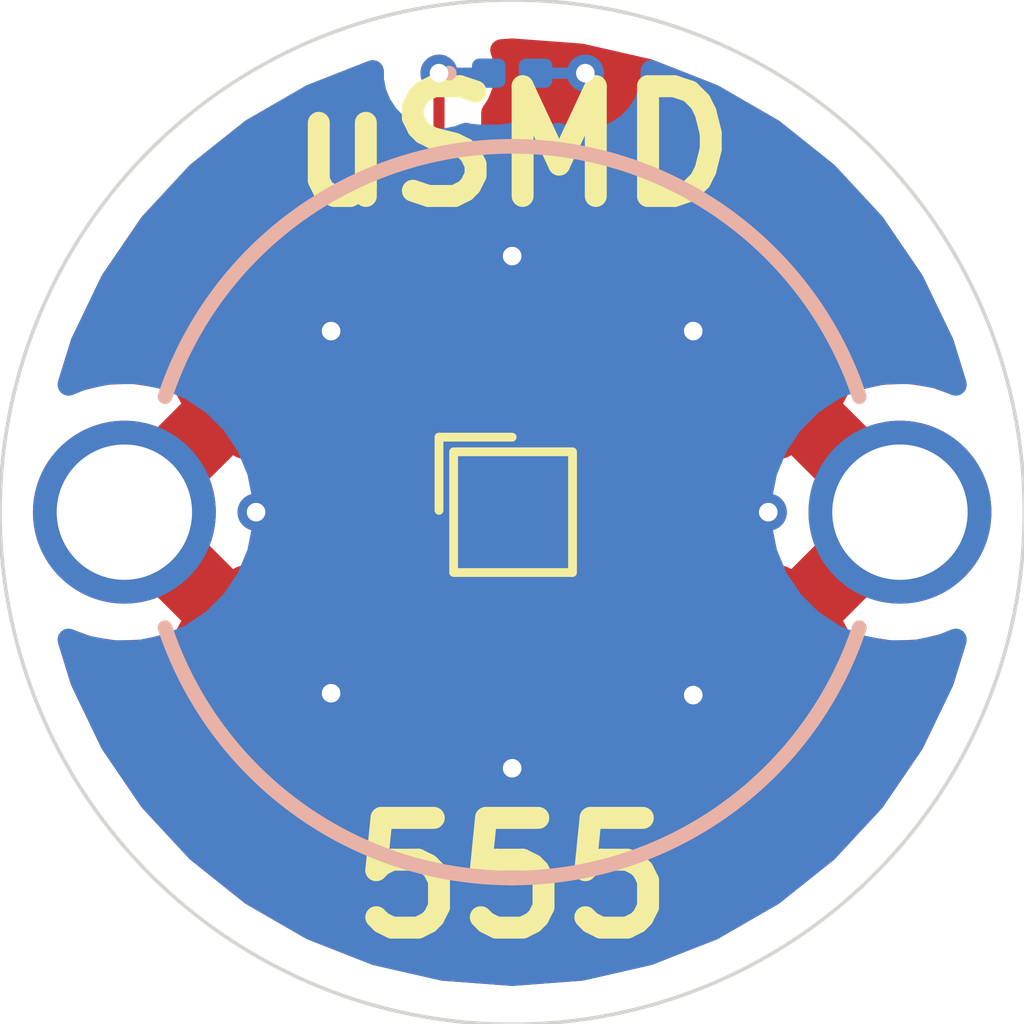
<source format=kicad_pcb>
(kicad_pcb (version 20171130) (host pcbnew "(5.1.9)-1")

  (general
    (thickness 1.6)
    (drawings 5)
    (tracks 91)
    (zones 0)
    (modules 15)
    (nets 8)
  )

  (page A4)
  (layers
    (0 F.Cu signal)
    (31 B.Cu signal)
    (33 F.Adhes user hide)
    (35 F.Paste user hide)
    (36 B.SilkS user hide)
    (37 F.SilkS user hide)
    (38 B.Mask user hide)
    (39 F.Mask user hide)
    (40 Dwgs.User user)
    (41 Cmts.User user hide)
    (42 Eco1.User user hide)
    (43 Eco2.User user hide)
    (44 Edge.Cuts user hide)
    (45 Margin user hide)
    (46 B.CrtYd user hide)
    (47 F.CrtYd user hide)
    (48 B.Fab user hide)
    (49 F.Fab user hide)
  )

  (setup
    (last_trace_width 0.1524)
    (trace_clearance 0.15)
    (zone_clearance 0.5)
    (zone_45_only no)
    (trace_min 0.1524)
    (via_size 0.508)
    (via_drill 0.254)
    (via_min_size 0.508)
    (via_min_drill 0.254)
    (uvia_size 0.3)
    (uvia_drill 0.1)
    (uvias_allowed no)
    (uvia_min_size 0.2)
    (uvia_min_drill 0.1)
    (edge_width 0.05)
    (segment_width 0.2)
    (pcb_text_width 0.3)
    (pcb_text_size 1.5 1.5)
    (mod_edge_width 0.12)
    (mod_text_size 1 1)
    (mod_text_width 0.15)
    (pad_size 1.524 1.524)
    (pad_drill 0.762)
    (pad_to_mask_clearance 0.0762)
    (solder_mask_min_width 0.1016)
    (aux_axis_origin 100 100)
    (grid_origin 100 100)
    (visible_elements 7FFFF7FF)
    (pcbplotparams
      (layerselection 0x010fc_ffffffff)
      (usegerberextensions false)
      (usegerberattributes true)
      (usegerberadvancedattributes true)
      (creategerberjobfile true)
      (excludeedgelayer true)
      (linewidth 0.100000)
      (plotframeref false)
      (viasonmask false)
      (mode 1)
      (useauxorigin false)
      (hpglpennumber 1)
      (hpglpenspeed 20)
      (hpglpendiameter 15.000000)
      (psnegative false)
      (psa4output false)
      (plotreference true)
      (plotvalue true)
      (plotinvisibletext false)
      (padsonsilk false)
      (subtractmaskfromsilk false)
      (outputformat 1)
      (mirror false)
      (drillshape 1)
      (scaleselection 1)
      (outputdirectory ""))
  )

  (net 0 "")
  (net 1 "Net-(U1-PadC1)")
  (net 2 GND)
  (net 3 /RC)
  (net 4 +3V0)
  (net 5 /OUT)
  (net 6 /LED_R)
  (net 7 /LED)

  (net_class Default "This is the default net class."
    (clearance 0.15)
    (trace_width 0.1524)
    (via_dia 0.508)
    (via_drill 0.254)
    (uvia_dia 0.3)
    (uvia_drill 0.1)
    (add_net +3V0)
    (add_net /LED)
    (add_net /LED_R)
    (add_net /OUT)
    (add_net /RC)
    (add_net GND)
    (add_net "Net-(U1-PadC1)")
  )

  (module usmd:C_008004_0201Metric (layer F.Cu) (tedit 60443105) (tstamp 604562F6)
    (at 100 97.5)
    (descr "Capacitor SMD 0201 (0603 Metric), square (rectangular) end terminal, IPC_7351 nominal, (Body size source: https://www.vishay.com/docs/20052/crcw0201e3.pdf), generated with kicad-footprint-generator")
    (tags capacitor)
    (path /6044FC02)
    (attr smd)
    (fp_text reference C2 (at 0 -1.05) (layer F.SilkS) hide
      (effects (font (size 1 1) (thickness 0.15)))
    )
    (fp_text value 10nF (at 0 1.05) (layer F.Fab)
      (effects (font (size 1 1) (thickness 0.15)))
    )
    (fp_line (start 0.7 0.35) (end -0.7 0.35) (layer F.CrtYd) (width 0.05))
    (fp_line (start 0.7 -0.35) (end 0.7 0.35) (layer F.CrtYd) (width 0.05))
    (fp_line (start -0.7 -0.35) (end 0.7 -0.35) (layer F.CrtYd) (width 0.05))
    (fp_line (start -0.7 0.35) (end -0.7 -0.35) (layer F.CrtYd) (width 0.05))
    (fp_line (start -0.125 -0.065) (end 0.125 -0.065) (layer F.Fab) (width 0.05))
    (fp_line (start 0.125 -0.065) (end 0.125 0.065) (layer F.Fab) (width 0.05))
    (fp_line (start 0.125 0.065) (end -0.125 0.065) (layer F.Fab) (width 0.05))
    (fp_line (start -0.125 0.065) (end -0.125 -0.065) (layer F.Fab) (width 0.05))
    (fp_text user %R (at 0 -0.68) (layer F.Fab)
      (effects (font (size 0.25 0.25) (thickness 0.04)))
    )
    (pad 2 smd roundrect (at 0.1524 0) (size 0.1524 0.1524) (layers F.Cu F.Mask) (roundrect_rratio 0.25)
      (net 2 GND))
    (pad 1 smd roundrect (at -0.1524 0) (size 0.1524 0.1524) (layers F.Cu F.Paste F.Mask) (roundrect_rratio 0.25)
      (net 4 +3V0))
  )

  (module usmd:C_008004_0201Metric (layer F.Cu) (tedit 60443105) (tstamp 6045636D)
    (at 102.5 100 90)
    (descr "Capacitor SMD 0201 (0603 Metric), square (rectangular) end terminal, IPC_7351 nominal, (Body size source: https://www.vishay.com/docs/20052/crcw0201e3.pdf), generated with kicad-footprint-generator")
    (tags capacitor)
    (path /60481FD8)
    (attr smd)
    (fp_text reference C10 (at 0 -1.05 90) (layer F.SilkS) hide
      (effects (font (size 1 1) (thickness 0.15)))
    )
    (fp_text value 10nF (at 0 1.05 90) (layer F.Fab)
      (effects (font (size 1 1) (thickness 0.15)))
    )
    (fp_line (start 0.7 0.35) (end -0.7 0.35) (layer F.CrtYd) (width 0.05))
    (fp_line (start 0.7 -0.35) (end 0.7 0.35) (layer F.CrtYd) (width 0.05))
    (fp_line (start -0.7 -0.35) (end 0.7 -0.35) (layer F.CrtYd) (width 0.05))
    (fp_line (start -0.7 0.35) (end -0.7 -0.35) (layer F.CrtYd) (width 0.05))
    (fp_line (start -0.125 -0.065) (end 0.125 -0.065) (layer F.Fab) (width 0.05))
    (fp_line (start 0.125 -0.065) (end 0.125 0.065) (layer F.Fab) (width 0.05))
    (fp_line (start 0.125 0.065) (end -0.125 0.065) (layer F.Fab) (width 0.05))
    (fp_line (start -0.125 0.065) (end -0.125 -0.065) (layer F.Fab) (width 0.05))
    (fp_text user %R (at 0 -0.68 90) (layer F.Fab)
      (effects (font (size 0.25 0.25) (thickness 0.04)))
    )
    (pad 2 smd roundrect (at 0.1524 0 90) (size 0.1524 0.1524) (layers F.Cu F.Mask) (roundrect_rratio 0.25)
      (net 2 GND))
    (pad 1 smd roundrect (at -0.1524 0 90) (size 0.1524 0.1524) (layers F.Cu F.Paste F.Mask) (roundrect_rratio 0.25)
      (net 3 /RC))
  )

  (module usmd:C_008004_0201Metric (layer F.Cu) (tedit 60443105) (tstamp 6045633A)
    (at 101.767767 101.767767 225)
    (descr "Capacitor SMD 0201 (0603 Metric), square (rectangular) end terminal, IPC_7351 nominal, (Body size source: https://www.vishay.com/docs/20052/crcw0201e3.pdf), generated with kicad-footprint-generator")
    (tags capacitor)
    (path /604669E3)
    (attr smd)
    (fp_text reference C9 (at 0 -1.05 45) (layer F.SilkS) hide
      (effects (font (size 1 1) (thickness 0.15)))
    )
    (fp_text value 10nF (at 0 1.05 45) (layer F.Fab)
      (effects (font (size 1 1) (thickness 0.15)))
    )
    (fp_line (start -0.125 0.065) (end -0.125 -0.065) (layer F.Fab) (width 0.05))
    (fp_line (start 0.125 0.065) (end -0.125 0.065) (layer F.Fab) (width 0.05))
    (fp_line (start 0.125 -0.065) (end 0.125 0.065) (layer F.Fab) (width 0.05))
    (fp_line (start -0.125 -0.065) (end 0.125 -0.065) (layer F.Fab) (width 0.05))
    (fp_line (start -0.7 0.35) (end -0.7 -0.35) (layer F.CrtYd) (width 0.05))
    (fp_line (start -0.7 -0.35) (end 0.7 -0.35) (layer F.CrtYd) (width 0.05))
    (fp_line (start 0.7 -0.35) (end 0.7 0.35) (layer F.CrtYd) (width 0.05))
    (fp_line (start 0.7 0.35) (end -0.7 0.35) (layer F.CrtYd) (width 0.05))
    (fp_text user %R (at 0 -0.680001 45) (layer F.Fab)
      (effects (font (size 0.25 0.25) (thickness 0.04)))
    )
    (pad 1 smd roundrect (at -0.1524 0 225) (size 0.1524 0.1524) (layers F.Cu F.Paste F.Mask) (roundrect_rratio 0.25)
      (net 3 /RC))
    (pad 2 smd roundrect (at 0.1524 0 225) (size 0.1524 0.1524) (layers F.Cu F.Mask) (roundrect_rratio 0.25)
      (net 2 GND))
  )

  (module usmd:C_008004_0201Metric (layer F.Cu) (tedit 60443105) (tstamp 60456307)
    (at 101.767767 98.232233 135)
    (descr "Capacitor SMD 0201 (0603 Metric), square (rectangular) end terminal, IPC_7351 nominal, (Body size source: https://www.vishay.com/docs/20052/crcw0201e3.pdf), generated with kicad-footprint-generator")
    (tags capacitor)
    (path /604565CB)
    (attr smd)
    (fp_text reference C3 (at 0 -1.05 135) (layer F.SilkS) hide
      (effects (font (size 1 1) (thickness 0.15)))
    )
    (fp_text value 10nF (at 0 1.05 135) (layer F.Fab)
      (effects (font (size 1 1) (thickness 0.15)))
    )
    (fp_line (start 0.7 0.35) (end -0.7 0.35) (layer F.CrtYd) (width 0.05))
    (fp_line (start 0.7 -0.35) (end 0.7 0.35) (layer F.CrtYd) (width 0.05))
    (fp_line (start -0.7 -0.35) (end 0.7 -0.35) (layer F.CrtYd) (width 0.05))
    (fp_line (start -0.7 0.35) (end -0.7 -0.35) (layer F.CrtYd) (width 0.05))
    (fp_line (start -0.125 -0.065) (end 0.125 -0.065) (layer F.Fab) (width 0.05))
    (fp_line (start 0.125 -0.065) (end 0.125 0.065) (layer F.Fab) (width 0.05))
    (fp_line (start 0.125 0.065) (end -0.125 0.065) (layer F.Fab) (width 0.05))
    (fp_line (start -0.125 0.065) (end -0.125 -0.065) (layer F.Fab) (width 0.05))
    (fp_text user %R (at 0 -0.680001 135) (layer F.Fab)
      (effects (font (size 0.25 0.25) (thickness 0.04)))
    )
    (pad 2 smd roundrect (at 0.1524 0 135) (size 0.1524 0.1524) (layers F.Cu F.Mask) (roundrect_rratio 0.25)
      (net 2 GND))
    (pad 1 smd roundrect (at -0.1524 0 135) (size 0.1524 0.1524) (layers F.Cu F.Paste F.Mask) (roundrect_rratio 0.25)
      (net 3 /RC))
  )

  (module usmd:C_008004_0201Metric (layer F.Cu) (tedit 60443105) (tstamp 6045635C)
    (at 98.232233 101.767767 315)
    (descr "Capacitor SMD 0201 (0603 Metric), square (rectangular) end terminal, IPC_7351 nominal, (Body size source: https://www.vishay.com/docs/20052/crcw0201e3.pdf), generated with kicad-footprint-generator")
    (tags capacitor)
    (path /60481FC1)
    (attr smd)
    (fp_text reference C8 (at 0 -1.05 135) (layer F.SilkS) hide
      (effects (font (size 1 1) (thickness 0.15)))
    )
    (fp_text value 10nF (at 0 1.05 135) (layer F.Fab)
      (effects (font (size 1 1) (thickness 0.15)))
    )
    (fp_line (start 0.7 0.35) (end -0.7 0.35) (layer F.CrtYd) (width 0.05))
    (fp_line (start 0.7 -0.35) (end 0.7 0.35) (layer F.CrtYd) (width 0.05))
    (fp_line (start -0.7 -0.35) (end 0.7 -0.35) (layer F.CrtYd) (width 0.05))
    (fp_line (start -0.7 0.35) (end -0.7 -0.35) (layer F.CrtYd) (width 0.05))
    (fp_line (start -0.125 -0.065) (end 0.125 -0.065) (layer F.Fab) (width 0.05))
    (fp_line (start 0.125 -0.065) (end 0.125 0.065) (layer F.Fab) (width 0.05))
    (fp_line (start 0.125 0.065) (end -0.125 0.065) (layer F.Fab) (width 0.05))
    (fp_line (start -0.125 0.065) (end -0.125 -0.065) (layer F.Fab) (width 0.05))
    (fp_text user %R (at 0 -0.680001 135) (layer F.Fab)
      (effects (font (size 0.25 0.25) (thickness 0.04)))
    )
    (pad 2 smd roundrect (at 0.1524 0 315) (size 0.1524 0.1524) (layers F.Cu F.Mask) (roundrect_rratio 0.25)
      (net 2 GND))
    (pad 1 smd roundrect (at -0.1524 0 315) (size 0.1524 0.1524) (layers F.Cu F.Paste F.Mask) (roundrect_rratio 0.25)
      (net 3 /RC))
  )

  (module usmd:C_008004_0201Metric (layer F.Cu) (tedit 60443105) (tstamp 60456318)
    (at 100 102.5)
    (descr "Capacitor SMD 0201 (0603 Metric), square (rectangular) end terminal, IPC_7351 nominal, (Body size source: https://www.vishay.com/docs/20052/crcw0201e3.pdf), generated with kicad-footprint-generator")
    (tags capacitor)
    (path /60447D68)
    (attr smd)
    (fp_text reference C5 (at 0 -1.05) (layer F.SilkS) hide
      (effects (font (size 1 1) (thickness 0.15)))
    )
    (fp_text value 10nF (at 0 1.05) (layer F.Fab)
      (effects (font (size 1 1) (thickness 0.15)))
    )
    (fp_line (start 0.7 0.35) (end -0.7 0.35) (layer F.CrtYd) (width 0.05))
    (fp_line (start 0.7 -0.35) (end 0.7 0.35) (layer F.CrtYd) (width 0.05))
    (fp_line (start -0.7 -0.35) (end 0.7 -0.35) (layer F.CrtYd) (width 0.05))
    (fp_line (start -0.7 0.35) (end -0.7 -0.35) (layer F.CrtYd) (width 0.05))
    (fp_line (start -0.125 -0.065) (end 0.125 -0.065) (layer F.Fab) (width 0.05))
    (fp_line (start 0.125 -0.065) (end 0.125 0.065) (layer F.Fab) (width 0.05))
    (fp_line (start 0.125 0.065) (end -0.125 0.065) (layer F.Fab) (width 0.05))
    (fp_line (start -0.125 0.065) (end -0.125 -0.065) (layer F.Fab) (width 0.05))
    (fp_text user %R (at 0 -0.68) (layer F.Fab)
      (effects (font (size 0.25 0.25) (thickness 0.04)))
    )
    (pad 2 smd roundrect (at 0.1524 0) (size 0.1524 0.1524) (layers F.Cu F.Mask) (roundrect_rratio 0.25)
      (net 2 GND))
    (pad 1 smd roundrect (at -0.1524 0) (size 0.1524 0.1524) (layers F.Cu F.Paste F.Mask) (roundrect_rratio 0.25)
      (net 3 /RC))
  )

  (module Package_BGA:Texas_DSBGA-8_1.43x1.41mm_Layout3x3_P0.5mm (layer F.Cu) (tedit 5A0AA1EB) (tstamp 6045A7D6)
    (at 100 100)
    (descr "Texas Instruments, DSBGA, 1.43x1.41mm, 8 bump 3x3 (perimeter) array, NSMD pad definition (http://www.ti.com/lit/ds/symlink/lmc555.pdf, http://www.ti.com/lit/an/snva009ag/snva009ag.pdf)")
    (tags "Texas Instruments DSBGA BGA YZP R-XBGA-N8")
    (path /603C551C)
    (solder_mask_margin 0.05)
    (attr smd)
    (fp_text reference U1 (at 0 -2) (layer F.SilkS) hide
      (effects (font (size 1 1) (thickness 0.15)))
    )
    (fp_text value LMC555xTP (at 0 2) (layer F.Fab)
      (effects (font (size 1 1) (thickness 0.15)))
    )
    (fp_line (start -0.705 -0.215) (end -0.205 -0.715) (layer F.Fab) (width 0.1))
    (fp_line (start -1.71 -1.72) (end -1.71 1.72) (layer F.CrtYd) (width 0.05))
    (fp_line (start 1.71 -1.72) (end -1.71 -1.72) (layer F.CrtYd) (width 0.05))
    (fp_line (start 1.71 1.72) (end 1.71 -1.72) (layer F.CrtYd) (width 0.05))
    (fp_line (start -1.71 1.72) (end 1.71 1.72) (layer F.CrtYd) (width 0.05))
    (fp_line (start -0.8 -0.825) (end -0.8 0.8) (layer F.SilkS) (width 0.12))
    (fp_line (start -0.775 -0.825) (end 0.815 -0.825) (layer F.SilkS) (width 0.12))
    (fp_line (start 0.815 0.825) (end -0.8 0.825) (layer F.SilkS) (width 0.12))
    (fp_line (start -0.705 -0.215) (end -0.705 0.715) (layer F.Fab) (width 0.1))
    (fp_line (start 0.705 -0.715) (end -0.205 -0.715) (layer F.Fab) (width 0.1))
    (fp_line (start 0.705 0.715) (end 0.705 -0.715) (layer F.Fab) (width 0.1))
    (fp_line (start -0.705 0.715) (end 0.705 0.715) (layer F.Fab) (width 0.1))
    (fp_line (start 0.825 -0.825) (end 0.825 0.825) (layer F.SilkS) (width 0.12))
    (fp_line (start 0 -1.025) (end -1 -1.025) (layer F.SilkS) (width 0.12))
    (fp_line (start -1 -1.025) (end -1 -0.025) (layer F.SilkS) (width 0.12))
    (fp_text user %R (at 0 0) (layer F.Fab)
      (effects (font (size 0.3 0.3) (thickness 0.04)))
    )
    (pad "" smd rect (at 0.5 0.5) (size 0.3 0.3) (layers F.Paste))
    (pad "" smd rect (at 0 0.5) (size 0.3 0.3) (layers F.Paste))
    (pad "" smd rect (at -0.5 0.5) (size 0.3 0.3) (layers F.Paste))
    (pad "" smd rect (at 0.5 0) (size 0.3 0.3) (layers F.Paste))
    (pad "" smd rect (at -0.5 0) (size 0.3 0.3) (layers F.Paste))
    (pad "" smd rect (at 0.5 -0.5) (size 0.3 0.3) (layers F.Paste))
    (pad "" smd rect (at 0 -0.5) (size 0.3 0.3) (layers F.Paste))
    (pad "" smd rect (at -0.5 -0.5) (size 0.3 0.3) (layers F.Paste))
    (pad A2 smd circle (at 0 -0.5) (size 0.165 0.165) (layers F.Cu F.Mask)
      (net 4 +3V0))
    (pad A1 smd circle (at -0.5 -0.5) (size 0.165 0.165) (layers F.Cu F.Mask)
      (net 7 /LED))
    (pad B1 smd circle (at -0.5 0) (size 0.165 0.165) (layers F.Cu F.Mask)
      (net 3 /RC))
    (pad A3 smd circle (at 0.5 -0.5) (size 0.165 0.165) (layers F.Cu F.Mask)
      (net 2 GND))
    (pad C3 smd circle (at 0.5 0.5) (size 0.165 0.165) (layers F.Cu F.Mask)
      (net 5 /OUT))
    (pad C1 smd circle (at -0.5 0.5) (size 0.165 0.165) (layers F.Cu F.Mask)
      (net 1 "Net-(U1-PadC1)"))
    (pad C2 smd circle (at 0 0.5) (size 0.165 0.165) (layers F.Cu F.Mask)
      (net 4 +3V0))
    (pad B3 smd circle (at 0.5 0) (size 0.165 0.165) (layers F.Cu F.Paste F.Mask)
      (net 3 /RC))
    (model ${KISYS3DMOD}/Package_BGA.3dshapes/Texas_DSBGA-8_1.43x1.41mm_Layout3x3_P0.5mm.wrl
      (at (xyz 0 0 0))
      (scale (xyz 1 1 1))
      (rotate (xyz 0 0 0))
    )
  )

  (module usmd:C_008004_0201Metric (layer F.Cu) (tedit 60443105) (tstamp 6045634B)
    (at 100 101.5)
    (descr "Capacitor SMD 0201 (0603 Metric), square (rectangular) end terminal, IPC_7351 nominal, (Body size source: https://www.vishay.com/docs/20052/crcw0201e3.pdf), generated with kicad-footprint-generator")
    (tags capacitor)
    (path /60481F93)
    (attr smd)
    (fp_text reference C6 (at 0 -1.05) (layer F.SilkS) hide
      (effects (font (size 1 1) (thickness 0.15)))
    )
    (fp_text value 10nF (at 0 1.05) (layer F.Fab)
      (effects (font (size 1 1) (thickness 0.15)))
    )
    (fp_line (start 0.7 0.35) (end -0.7 0.35) (layer F.CrtYd) (width 0.05))
    (fp_line (start 0.7 -0.35) (end 0.7 0.35) (layer F.CrtYd) (width 0.05))
    (fp_line (start -0.7 -0.35) (end 0.7 -0.35) (layer F.CrtYd) (width 0.05))
    (fp_line (start -0.7 0.35) (end -0.7 -0.35) (layer F.CrtYd) (width 0.05))
    (fp_line (start -0.125 -0.065) (end 0.125 -0.065) (layer F.Fab) (width 0.05))
    (fp_line (start 0.125 -0.065) (end 0.125 0.065) (layer F.Fab) (width 0.05))
    (fp_line (start 0.125 0.065) (end -0.125 0.065) (layer F.Fab) (width 0.05))
    (fp_line (start -0.125 0.065) (end -0.125 -0.065) (layer F.Fab) (width 0.05))
    (fp_text user %R (at 0 -0.68) (layer F.Fab)
      (effects (font (size 0.25 0.25) (thickness 0.04)))
    )
    (pad 2 smd roundrect (at 0.1524 0) (size 0.1524 0.1524) (layers F.Cu F.Mask) (roundrect_rratio 0.25)
      (net 2 GND))
    (pad 1 smd roundrect (at -0.1524 0) (size 0.1524 0.1524) (layers F.Cu F.Paste F.Mask) (roundrect_rratio 0.25)
      (net 3 /RC))
  )

  (module usmd:C_008004_0201Metric (layer F.Cu) (tedit 60443105) (tstamp 60456329)
    (at 97.5 100 90)
    (descr "Capacitor SMD 0201 (0603 Metric), square (rectangular) end terminal, IPC_7351 nominal, (Body size source: https://www.vishay.com/docs/20052/crcw0201e3.pdf), generated with kicad-footprint-generator")
    (tags capacitor)
    (path /60464C73)
    (attr smd)
    (fp_text reference C7 (at 0 -1.05 90) (layer F.SilkS) hide
      (effects (font (size 1 1) (thickness 0.15)))
    )
    (fp_text value 10nF (at 0 1.05 90) (layer F.Fab)
      (effects (font (size 1 1) (thickness 0.15)))
    )
    (fp_line (start 0.7 0.35) (end -0.7 0.35) (layer F.CrtYd) (width 0.05))
    (fp_line (start 0.7 -0.35) (end 0.7 0.35) (layer F.CrtYd) (width 0.05))
    (fp_line (start -0.7 -0.35) (end 0.7 -0.35) (layer F.CrtYd) (width 0.05))
    (fp_line (start -0.7 0.35) (end -0.7 -0.35) (layer F.CrtYd) (width 0.05))
    (fp_line (start -0.125 -0.065) (end 0.125 -0.065) (layer F.Fab) (width 0.05))
    (fp_line (start 0.125 -0.065) (end 0.125 0.065) (layer F.Fab) (width 0.05))
    (fp_line (start 0.125 0.065) (end -0.125 0.065) (layer F.Fab) (width 0.05))
    (fp_line (start -0.125 0.065) (end -0.125 -0.065) (layer F.Fab) (width 0.05))
    (fp_text user %R (at 0 -0.68 90) (layer F.Fab)
      (effects (font (size 0.25 0.25) (thickness 0.04)))
    )
    (pad 2 smd roundrect (at 0.1524 0 90) (size 0.1524 0.1524) (layers F.Cu F.Mask) (roundrect_rratio 0.25)
      (net 2 GND))
    (pad 1 smd roundrect (at -0.1524 0 90) (size 0.1524 0.1524) (layers F.Cu F.Paste F.Mask) (roundrect_rratio 0.25)
      (net 3 /RC))
  )

  (module usmd:C_008004_0201Metric (layer F.Cu) (tedit 60443105) (tstamp 604562E5)
    (at 100 98.5)
    (descr "Capacitor SMD 0201 (0603 Metric), square (rectangular) end terminal, IPC_7351 nominal, (Body size source: https://www.vishay.com/docs/20052/crcw0201e3.pdf), generated with kicad-footprint-generator")
    (tags capacitor)
    (path /603E7124)
    (attr smd)
    (fp_text reference C1 (at 0 -1.05) (layer F.SilkS) hide
      (effects (font (size 1 1) (thickness 0.15)))
    )
    (fp_text value 10nF (at 0 1.05) (layer F.Fab)
      (effects (font (size 1 1) (thickness 0.15)))
    )
    (fp_line (start 0.7 0.35) (end -0.7 0.35) (layer F.CrtYd) (width 0.05))
    (fp_line (start 0.7 -0.35) (end 0.7 0.35) (layer F.CrtYd) (width 0.05))
    (fp_line (start -0.7 -0.35) (end 0.7 -0.35) (layer F.CrtYd) (width 0.05))
    (fp_line (start -0.7 0.35) (end -0.7 -0.35) (layer F.CrtYd) (width 0.05))
    (fp_line (start -0.125 -0.065) (end 0.125 -0.065) (layer F.Fab) (width 0.05))
    (fp_line (start 0.125 -0.065) (end 0.125 0.065) (layer F.Fab) (width 0.05))
    (fp_line (start 0.125 0.065) (end -0.125 0.065) (layer F.Fab) (width 0.05))
    (fp_line (start -0.125 0.065) (end -0.125 -0.065) (layer F.Fab) (width 0.05))
    (fp_text user %R (at 0 -0.68) (layer F.Fab)
      (effects (font (size 0.25 0.25) (thickness 0.04)))
    )
    (pad 2 smd roundrect (at 0.1524 0) (size 0.1524 0.1524) (layers F.Cu F.Mask) (roundrect_rratio 0.25)
      (net 2 GND))
    (pad 1 smd roundrect (at -0.1524 0) (size 0.1524 0.1524) (layers F.Cu F.Paste F.Mask) (roundrect_rratio 0.25)
      (net 4 +3V0))
  )

  (module usmd:C_008004_0201Metric (layer F.Cu) (tedit 60443105) (tstamp 604562D4)
    (at 98.232233 98.232233 45)
    (descr "Capacitor SMD 0201 (0603 Metric), square (rectangular) end terminal, IPC_7351 nominal, (Body size source: https://www.vishay.com/docs/20052/crcw0201e3.pdf), generated with kicad-footprint-generator")
    (tags capacitor)
    (path /60481FAA)
    (attr smd)
    (fp_text reference C4 (at 0 -1.05 45) (layer F.SilkS) hide
      (effects (font (size 1 1) (thickness 0.15)))
    )
    (fp_text value 10nF (at 0 1.05 45) (layer F.Fab)
      (effects (font (size 1 1) (thickness 0.15)))
    )
    (fp_line (start -0.125 0.065) (end -0.125 -0.065) (layer F.Fab) (width 0.05))
    (fp_line (start 0.125 0.065) (end -0.125 0.065) (layer F.Fab) (width 0.05))
    (fp_line (start 0.125 -0.065) (end 0.125 0.065) (layer F.Fab) (width 0.05))
    (fp_line (start -0.125 -0.065) (end 0.125 -0.065) (layer F.Fab) (width 0.05))
    (fp_line (start -0.7 0.35) (end -0.7 -0.35) (layer F.CrtYd) (width 0.05))
    (fp_line (start -0.7 -0.35) (end 0.7 -0.35) (layer F.CrtYd) (width 0.05))
    (fp_line (start 0.7 -0.35) (end 0.7 0.35) (layer F.CrtYd) (width 0.05))
    (fp_line (start 0.7 0.35) (end -0.7 0.35) (layer F.CrtYd) (width 0.05))
    (fp_text user %R (at 0 -0.680001 45) (layer F.Fab)
      (effects (font (size 0.25 0.25) (thickness 0.04)))
    )
    (pad 1 smd roundrect (at -0.1524 0 45) (size 0.1524 0.1524) (layers F.Cu F.Paste F.Mask) (roundrect_rratio 0.25)
      (net 3 /RC))
    (pad 2 smd roundrect (at 0.1524 0 45) (size 0.1524 0.1524) (layers F.Cu F.Mask) (roundrect_rratio 0.25)
      (net 2 GND))
  )

  (module Resistor_SMD:R_01005_0402Metric (layer F.Cu) (tedit 5F68FEEE) (tstamp 604563B5)
    (at 98.5 100 90)
    (descr "Resistor SMD 01005 (0402 Metric), square (rectangular) end terminal, IPC_7351 nominal, (Body size source: http://www.vishay.com/docs/20056/crcw01005e3.pdf), generated with kicad-footprint-generator")
    (tags resistor)
    (path /603F560E)
    (attr smd)
    (fp_text reference R1 (at 0 -1 90) (layer F.SilkS) hide
      (effects (font (size 1 1) (thickness 0.15)))
    )
    (fp_text value 1k (at 0 1 90) (layer F.Fab)
      (effects (font (size 1 1) (thickness 0.15)))
    )
    (fp_line (start -0.2 0.1) (end -0.2 -0.1) (layer F.Fab) (width 0.1))
    (fp_line (start -0.2 -0.1) (end 0.2 -0.1) (layer F.Fab) (width 0.1))
    (fp_line (start 0.2 -0.1) (end 0.2 0.1) (layer F.Fab) (width 0.1))
    (fp_line (start 0.2 0.1) (end -0.2 0.1) (layer F.Fab) (width 0.1))
    (fp_line (start -0.6 0.3) (end -0.6 -0.3) (layer F.CrtYd) (width 0.05))
    (fp_line (start -0.6 -0.3) (end 0.6 -0.3) (layer F.CrtYd) (width 0.05))
    (fp_line (start 0.6 -0.3) (end 0.6 0.3) (layer F.CrtYd) (width 0.05))
    (fp_line (start 0.6 0.3) (end -0.6 0.3) (layer F.CrtYd) (width 0.05))
    (fp_text user %R (at 0 -0.62 90) (layer F.Fab)
      (effects (font (size 0.25 0.25) (thickness 0.04)))
    )
    (pad 2 smd roundrect (at 0.25 0 90) (size 0.4 0.3) (layers F.Cu F.Mask) (roundrect_rratio 0.25)
      (net 6 /LED_R))
    (pad 1 smd roundrect (at -0.25 0 90) (size 0.4 0.3) (layers F.Cu F.Mask) (roundrect_rratio 0.25)
      (net 7 /LED))
    (pad "" smd roundrect (at 0.275 0 90) (size 0.27 0.27) (layers F.Paste) (roundrect_rratio 0.25))
    (pad "" smd roundrect (at -0.275 0 90) (size 0.27 0.27) (layers F.Paste) (roundrect_rratio 0.25))
    (model ${KISYS3DMOD}/Resistor_SMD.3dshapes/R_01005_0402Metric.wrl
      (at (xyz 0 0 0))
      (scale (xyz 1 1 1))
      (rotate (xyz 0 0 0))
    )
  )

  (module Resistor_SMD:R_01005_0402Metric (layer F.Cu) (tedit 5F68FEEE) (tstamp 604563A4)
    (at 101.5 100 90)
    (descr "Resistor SMD 01005 (0402 Metric), square (rectangular) end terminal, IPC_7351 nominal, (Body size source: http://www.vishay.com/docs/20056/crcw01005e3.pdf), generated with kicad-footprint-generator")
    (tags resistor)
    (path /603C9DEC)
    (attr smd)
    (fp_text reference R2 (at 0 -1 90) (layer F.SilkS) hide
      (effects (font (size 1 1) (thickness 0.15)))
    )
    (fp_text value 10M (at 0 1 90) (layer F.Fab)
      (effects (font (size 1 1) (thickness 0.15)))
    )
    (fp_line (start -0.2 0.1) (end -0.2 -0.1) (layer F.Fab) (width 0.1))
    (fp_line (start -0.2 -0.1) (end 0.2 -0.1) (layer F.Fab) (width 0.1))
    (fp_line (start 0.2 -0.1) (end 0.2 0.1) (layer F.Fab) (width 0.1))
    (fp_line (start 0.2 0.1) (end -0.2 0.1) (layer F.Fab) (width 0.1))
    (fp_line (start -0.6 0.3) (end -0.6 -0.3) (layer F.CrtYd) (width 0.05))
    (fp_line (start -0.6 -0.3) (end 0.6 -0.3) (layer F.CrtYd) (width 0.05))
    (fp_line (start 0.6 -0.3) (end 0.6 0.3) (layer F.CrtYd) (width 0.05))
    (fp_line (start 0.6 0.3) (end -0.6 0.3) (layer F.CrtYd) (width 0.05))
    (fp_text user %R (at 0 -0.62 90) (layer F.Fab)
      (effects (font (size 0.25 0.25) (thickness 0.04)))
    )
    (pad 2 smd roundrect (at 0.25 0 90) (size 0.4 0.3) (layers F.Cu F.Mask) (roundrect_rratio 0.25)
      (net 3 /RC))
    (pad 1 smd roundrect (at -0.25 0 90) (size 0.4 0.3) (layers F.Cu F.Mask) (roundrect_rratio 0.25)
      (net 5 /OUT))
    (pad "" smd roundrect (at 0.275 0 90) (size 0.27 0.27) (layers F.Paste) (roundrect_rratio 0.25))
    (pad "" smd roundrect (at -0.275 0 90) (size 0.27 0.27) (layers F.Paste) (roundrect_rratio 0.25))
    (model ${KISYS3DMOD}/Resistor_SMD.3dshapes/R_01005_0402Metric.wrl
      (at (xyz 0 0 0))
      (scale (xyz 1 1 1))
      (rotate (xyz 0 0 0))
    )
  )

  (module usmd:BatteryHolder_Keystone_3031_1x10mm locked (layer B.Cu) (tedit 604441DB) (tstamp 60450E2E)
    (at 100 100)
    (descr http://www.keyelco.com/product-pdf.cfm?p=778)
    (tags "Keystone type 3001 coin cell retainer")
    (path /603FD4F2)
    (fp_text reference BT1 (at 0 6.2) (layer B.SilkS) hide
      (effects (font (size 1 1) (thickness 0.15)) (justify mirror))
    )
    (fp_text value Battery_Cell (at 0 -7.5) (layer B.Fab)
      (effects (font (size 1 1) (thickness 0.15)) (justify mirror))
    )
    (fp_circle (center 0 0) (end 5 0) (layer Dwgs.User) (width 0.15))
    (fp_line (start -5.3086 1.753049) (end -5.3086 0.787849) (layer B.Fab) (width 0.2))
    (fp_line (start -5.1562 1.753049) (end -5.1562 0.787849) (layer B.Fab) (width 0.2))
    (fp_line (start -5.3086 1.753049) (end -5.1562 1.753049) (layer B.Fab) (width 0.2))
    (fp_line (start 5.3086 1.753049) (end 5.3086 0.787849) (layer B.Fab) (width 0.2))
    (fp_line (start 5.3086 1.753049) (end 5.1562 1.753049) (layer B.Fab) (width 0.2))
    (fp_line (start 5.1562 1.753049) (end 5.1562 0.787849) (layer B.Fab) (width 0.2))
    (fp_line (start 4.814621 -1.854233) (end 3.236815 -3.669292) (layer B.Fab) (width 0.2))
    (fp_line (start 4.535408 1.753049) (end 5.0038 1.753049) (layer B.Fab) (width 0.2))
    (fp_line (start 4.622935 2.55623) (end 4.327535 2.280765) (layer B.Fab) (width 0.2))
    (fp_line (start 2.163673 3.666483) (end 2.925304 4.376716) (layer B.Fab) (width 0.2))
    (fp_line (start -1.955799 3.584599) (end 1.9558 3.584599) (layer B.Fab) (width 0.2))
    (fp_line (start -2.925304 4.376716) (end -2.163673 3.666483) (layer B.Fab) (width 0.2))
    (fp_line (start -4.327535 2.280765) (end -4.622935 2.55623) (layer B.Fab) (width 0.2))
    (fp_line (start -5.0038 1.753049) (end -4.535408 1.753049) (layer B.Fab) (width 0.2))
    (fp_line (start -3.236815 -3.669292) (end -4.814621 -1.854233) (layer B.Fab) (width 0.2))
    (fp_line (start 2.4892 -4.01) (end -2.4892 -4.009999) (layer B.Fab) (width 0.2))
    (fp_line (start -1.587499 1.9844) (end 1.5875 1.9844) (layer B.Fab) (width 0.2))
    (fp_line (start 2.0955 1.4764) (end 2.0955 -1.215999) (layer B.Fab) (width 0.2))
    (fp_line (start -2.095499 -1.215999) (end -2.095499 1.4764) (layer B.Fab) (width 0.2))
    (fp_line (start 5.0038 -1.75215) (end 5.1562 -1.75215) (layer B.Fab) (width 0.2))
    (fp_line (start 5.1562 1.753049) (end 5.0038 1.753049) (layer B.Fab) (width 0.2))
    (fp_line (start 5.3086 -1.75215) (end 5.1562 -1.75215) (layer B.Fab) (width 0.2))
    (fp_line (start 5.3086 -0.78695) (end 5.3086 -1.75215) (layer B.Fab) (width 0.2))
    (fp_line (start 5.1562 -0.78695) (end 5.1562 -1.75215) (layer B.Fab) (width 0.2))
    (fp_line (start 5.1562 -0.78695) (end 5.1562 -0.740542) (layer B.Fab) (width 0.2))
    (fp_line (start 5.1562 0.741441) (end 5.1562 0.787849) (layer B.Fab) (width 0.2))
    (fp_line (start 5.3086 -1.75215) (end 5.234054 -2.05695) (layer B.Fab) (width 0.2))
    (fp_line (start 5.234054 -2.05695) (end 5.3086 -1.75215) (layer B.Fab) (width 0.2))
    (fp_line (start 5.096737 -1.990642) (end 5.1562 -1.75215) (layer B.Fab) (width 0.2))
    (fp_line (start 5.06148 -2.05695) (end 4.750764 -2.641322) (layer B.Fab) (width 0.2))
    (fp_line (start 5.231298 -2.062189) (end 4.885325 -2.71287) (layer B.Fab) (width 0.2))
    (fp_line (start 5.06148 -2.05695) (end 5.096737 -1.990642) (layer B.Fab) (width 0.2))
    (fp_line (start 5.183707 -3.957291) (end 4.773811 -3.30132) (layer B.Fab) (width 0.2))
    (fp_line (start 5.183707 -3.957291) (end 5.31295 -3.876531) (layer B.Fab) (width 0.2))
    (fp_line (start 5.31295 -3.876531) (end 4.903054 -3.22056) (layer B.Fab) (width 0.2))
    (fp_line (start -5.0038 1.753049) (end -5.1562 1.753049) (layer B.Fab) (width 0.2))
    (fp_line (start -5.1562 -1.75215) (end -5.0038 -1.75215) (layer B.Fab) (width 0.2))
    (fp_line (start -5.3086 -1.75215) (end -5.1562 -1.75215) (layer B.Fab) (width 0.2))
    (fp_line (start -5.3086 -0.78695) (end -5.3086 -1.75215) (layer B.Fab) (width 0.2))
    (fp_line (start -5.1562 0.787849) (end -5.1562 0.741441) (layer B.Fab) (width 0.2))
    (fp_line (start -5.1562 -0.740542) (end -5.1562 -0.78695) (layer B.Fab) (width 0.2))
    (fp_line (start -5.1562 -0.78695) (end -5.1562 -1.75215) (layer B.Fab) (width 0.2))
    (fp_line (start -5.3086 -1.75215) (end -5.234054 -2.05695) (layer B.Fab) (width 0.2))
    (fp_line (start -5.234054 -2.05695) (end -5.3086 -1.75215) (layer B.Fab) (width 0.2))
    (fp_line (start -5.1562 -1.75215) (end -5.096737 -1.990642) (layer B.Fab) (width 0.2))
    (fp_line (start -5.06148 -2.05695) (end -4.750764 -2.641322) (layer B.Fab) (width 0.2))
    (fp_line (start -5.231298 -2.062189) (end -4.885325 -2.71287) (layer B.Fab) (width 0.2))
    (fp_line (start -5.096737 -1.990642) (end -5.06148 -2.05695) (layer B.Fab) (width 0.2))
    (fp_line (start -5.183707 -3.957291) (end -4.773811 -3.30132) (layer B.Fab) (width 0.2))
    (fp_line (start -5.31295 -3.876531) (end -4.903054 -3.22056) (layer B.Fab) (width 0.2))
    (fp_line (start -5.183707 -3.957291) (end -5.31295 -3.876531) (layer B.Fab) (width 0.2))
    (fp_line (start 1.4859 -1.215999) (end 1.4859 -0.977508) (layer B.Fab) (width 0.2))
    (fp_line (start -1.485899 -0.977508) (end -1.485899 -1.215999) (layer B.Fab) (width 0.2))
    (fp_line (start -1.485899 -0.977508) (end -1.485899 0.368405) (layer B.Fab) (width 0.2))
    (fp_line (start 1.4859 0.368405) (end 1.4859 -0.977508) (layer B.Fab) (width 0.2))
    (fp_line (start -1.485899 0.368405) (end -1.485899 0.394695) (layer B.Fab) (width 0.2))
    (fp_line (start 1.4859 0.394695) (end 1.4859 0.368405) (layer B.Fab) (width 0.2))
    (fp_line (start 1.4859 0.394695) (end 1.305317 0.947053) (layer B.Fab) (width 0.2))
    (fp_line (start -1.305317 0.947053) (end -1.485899 0.394695) (layer B.Fab) (width 0.2))
    (fp_line (start 1.305317 0.947053) (end 0.6985 1.20799) (layer B.Fab) (width 0.2))
    (fp_line (start 0.6985 1.20799) (end -0.698499 1.20799) (layer B.Fab) (width 0.2))
    (fp_line (start -0.698499 1.20799) (end -1.305317 0.947053) (layer B.Fab) (width 0.2))
    (fp_line (start 5.1562 0.787849) (end 5.245473 0.787849) (layer B.Fab) (width 0.2))
    (fp_line (start 5.245473 -0.78695) (end 5.1562 -0.78695) (layer B.Fab) (width 0.2))
    (fp_line (start 5.245473 -0.78695) (end 5.919257 -0.78695) (layer B.Fab) (width 0.2))
    (fp_line (start 5.919257 0.787849) (end 5.245473 0.787849) (layer B.Fab) (width 0.2))
    (fp_line (start 6.116294 -0.78695) (end 6.02702 -0.78695) (layer B.Fab) (width 0.2))
    (fp_line (start 6.02702 0.787849) (end 6.116294 0.787849) (layer B.Fab) (width 0.2))
    (fp_line (start 5.344521 0.787849) (end 5.452284 0.787849) (layer B.Fab) (width 0.2))
    (fp_line (start 6.02702 0.787849) (end 5.452284 0.787849) (layer B.Fab) (width 0.2))
    (fp_line (start 5.452284 -0.78695) (end 6.02702 -0.78695) (layer B.Fab) (width 0.2))
    (fp_line (start 5.452284 -0.78695) (end 5.344521 -0.78695) (layer B.Fab) (width 0.2))
    (fp_line (start 5.452284 0.787849) (end 4.895508 0.000449) (layer B.Fab) (width 0.2))
    (fp_line (start 4.895508 0.000449) (end 5.452284 -0.78695) (layer B.Fab) (width 0.2))
    (fp_line (start 5.344521 -0.78695) (end 4.787745 0.000449) (layer B.Fab) (width 0.2))
    (fp_line (start 4.787745 0.000449) (end 5.344521 0.787849) (layer B.Fab) (width 0.2))
    (fp_line (start -5.1562 -0.78695) (end -5.245473 -0.78695) (layer B.Fab) (width 0.2))
    (fp_line (start -5.245473 0.787849) (end -5.1562 0.787849) (layer B.Fab) (width 0.2))
    (fp_line (start -5.245473 -0.78695) (end -5.919257 -0.78695) (layer B.Fab) (width 0.2))
    (fp_line (start -5.919257 0.787849) (end -5.245473 0.787849) (layer B.Fab) (width 0.2))
    (fp_line (start -6.116294 0.787849) (end -6.02702 0.787849) (layer B.Fab) (width 0.2))
    (fp_line (start -6.02702 -0.78695) (end -6.116294 -0.78695) (layer B.Fab) (width 0.2))
    (fp_line (start -5.344521 -0.78695) (end -5.452284 -0.78695) (layer B.Fab) (width 0.2))
    (fp_line (start -5.452284 -0.78695) (end -6.02702 -0.78695) (layer B.Fab) (width 0.2))
    (fp_line (start -6.02702 0.787849) (end -5.452284 0.787849) (layer B.Fab) (width 0.2))
    (fp_line (start -5.452284 0.787849) (end -5.344521 0.787849) (layer B.Fab) (width 0.2))
    (fp_line (start -5.452284 -0.78695) (end -4.895508 0.000449) (layer B.Fab) (width 0.2))
    (fp_line (start -4.895508 0.000449) (end -5.452284 0.787849) (layer B.Fab) (width 0.2))
    (fp_line (start -5.344521 0.787849) (end -4.787745 0.000449) (layer B.Fab) (width 0.2))
    (fp_line (start -4.787745 0.000449) (end -5.344521 -0.78695) (layer B.Fab) (width 0.2))
    (fp_line (start 4.622935 2.55623) (end 4.734393 2.660167) (layer B.Fab) (width 0.2))
    (fp_line (start 3.036763 4.480653) (end 2.925304 4.376716) (layer B.Fab) (width 0.2))
    (fp_line (start 3.148221 4.584589) (end 3.036763 4.480653) (layer B.Fab) (width 0.2))
    (fp_line (start 4.845851 2.764103) (end 4.734393 2.660167) (layer B.Fab) (width 0.2))
    (fp_line (start 3.148221 4.584589) (end 4.845851 2.764103) (layer B.Fab) (width 0.2))
    (fp_line (start 3.036763 4.480653) (end 4.734393 2.660167) (layer B.Fab) (width 0.2))
    (fp_line (start -2.925304 4.376716) (end -3.036763 4.480653) (layer B.Fab) (width 0.2))
    (fp_line (start -4.734393 2.660167) (end -4.622935 2.55623) (layer B.Fab) (width 0.2))
    (fp_line (start -4.845851 2.764103) (end -4.734393 2.660167) (layer B.Fab) (width 0.2))
    (fp_line (start -3.148221 4.584589) (end -3.036763 4.480653) (layer B.Fab) (width 0.2))
    (fp_line (start -4.845851 2.764103) (end -3.148221 4.584589) (layer B.Fab) (width 0.2))
    (fp_line (start -4.734393 2.660167) (end -3.036763 4.480653) (layer B.Fab) (width 0.2))
    (fp_line (start 5.0038 1.753049) (end 5.0038 0.623198) (layer B.Fab) (width 0.2))
    (fp_line (start 5.0038 -0.6223) (end 5.0038 -1.75215) (layer B.Fab) (width 0.2))
    (fp_line (start 2.925304 4.376716) (end 4.622935 2.55623) (layer B.Fab) (width 0.2))
    (fp_line (start -4.622935 2.55623) (end -2.925304 4.376716) (layer B.Fab) (width 0.2))
    (fp_line (start -5.0038 -1.75215) (end -5.003799 -0.6223) (layer B.Fab) (width 0.2))
    (fp_line (start -5.003799 0.623198) (end -5.003799 1.753049) (layer B.Fab) (width 0.2))
    (fp_line (start 1.4859 -1.215999) (end -1.485899 -1.215999) (layer B.Fab) (width 0.2))
    (fp_line (start 5.234054 -2.05695) (end 5.221445 -2.05695) (layer B.Fab) (width 0.2))
    (fp_line (start 5.221445 -2.05695) (end 5.06148 -2.05695) (layer B.Fab) (width 0.2))
    (fp_line (start -5.221445 -2.05695) (end -5.234054 -2.05695) (layer B.Fab) (width 0.2))
    (fp_line (start -5.06148 -2.05695) (end -5.221445 -2.05695) (layer B.Fab) (width 0.2))
    (fp_line (start 1.4859 -0.977508) (end -1.485899 -0.977508) (layer B.Fab) (width 0.2))
    (fp_line (start -1.485899 0.368405) (end 1.4859 0.368405) (layer B.Fab) (width 0.2))
    (fp_line (start 1.305317 0.947053) (end -1.305317 0.947053) (layer B.Fab) (width 0.2))
    (fp_line (start 5.245473 0.787849) (end 5.245473 0.775289) (layer B.Fab) (width 0.2))
    (fp_line (start 5.245473 -0.774391) (end 5.245473 -0.78695) (layer B.Fab) (width 0.2))
    (fp_line (start 6.02702 0.787849) (end 6.02702 -0.78695) (layer B.Fab) (width 0.2))
    (fp_line (start -5.245473 -0.78695) (end -5.245473 -0.774391) (layer B.Fab) (width 0.2))
    (fp_line (start -5.245473 0.775289) (end -5.245473 0.787849) (layer B.Fab) (width 0.2))
    (fp_line (start -6.02702 -0.78695) (end -6.02702 0.787849) (layer B.Fab) (width 0.2))
    (fp_line (start 5.221445 -2.05695) (end 5.231298 -2.062189) (layer B.Fab) (width 0.2))
    (fp_line (start 4.885325 -2.71287) (end 4.750764 -2.641322) (layer B.Fab) (width 0.2))
    (fp_line (start 4.903054 -3.22056) (end 4.773811 -3.30132) (layer B.Fab) (width 0.2))
    (fp_line (start -5.221445 -2.05695) (end -5.231298 -2.062189) (layer B.Fab) (width 0.2))
    (fp_line (start -4.885325 -2.71287) (end -4.750764 -2.641322) (layer B.Fab) (width 0.2))
    (fp_line (start -4.903054 -3.22056) (end -4.773811 -3.30132) (layer B.Fab) (width 0.2))
    (fp_line (start 4.895508 0.000449) (end 4.787745 0.000449) (layer B.Fab) (width 0.2))
    (fp_line (start -4.787745 0.000449) (end -4.895508 0.000449) (layer B.Fab) (width 0.2))
    (fp_line (start -5.221445 -1.75215) (end -5.221445 -2.05695) (layer B.Fab) (width 0.2))
    (fp_line (start 5.221445 -2.05695) (end 5.221445 -1.75215) (layer B.Fab) (width 0.2))
    (fp_line (start 6.116294 -0.78695) (end 6.116294 0.787849) (layer B.Fab) (width 0.2))
    (fp_line (start -6.116294 0.787849) (end -6.116294 -0.78695) (layer B.Fab) (width 0.2))
    (fp_text user %R (at 0 -2.8) (layer B.Fab)
      (effects (font (size 1 1) (thickness 0.15)) (justify mirror))
    )
    (fp_arc (start -1.790699 -1.215999) (end -1.790699 -1.520799) (angle 90) (layer B.Fab) (width 0.2))
    (fp_arc (start 1.7907 -1.215999) (end 1.7907 -1.520799) (angle 90) (layer B.Fab) (width 0.2))
    (fp_arc (start 2.4892 -3.0194) (end 2.4892 -4.01) (angle 49) (layer B.Fab) (width 0.2))
    (fp_arc (start 5.044657 -2.0542) (end 5.0038 -1.75215) (angle 41.29650941) (layer B.Fab) (width 0.2))
    (fp_arc (start 4.535408 2.057849) (end 4.327535 2.280765) (angle 137) (layer B.Fab) (width 0.2))
    (fp_arc (start 1.9558 3.889399) (end 1.9558 3.584599) (angle 43) (layer B.Fab) (width 0.2))
    (fp_arc (start -1.955799 3.889399) (end -2.163673 3.666483) (angle 43) (layer B.Fab) (width 0.2))
    (fp_arc (start -4.535408 2.057849) (end -4.535408 1.753049) (angle 137) (layer B.Fab) (width 0.2))
    (fp_arc (start -5.044657 -2.054199) (end -4.814621 -1.854233) (angle 41.29650941) (layer B.Fab) (width 0.2))
    (fp_arc (start -2.4892 -3.019399) (end -3.236815 -3.669292) (angle 49) (layer B.Fab) (width 0.2))
    (fp_arc (start 1.5875 1.4764) (end 2.0955 1.4764) (angle 90) (layer B.Fab) (width 0.2))
    (fp_arc (start 1.7907 -1.215999) (end 1.4859 -1.215999) (angle 90) (layer B.Fab) (width 0.2))
    (fp_arc (start -1.790699 -1.215999) (end -2.0955 -1.215999) (angle 90) (layer B.Fab) (width 0.2))
    (fp_arc (start -1.587499 1.4764) (end -1.587499 1.9844) (angle 90) (layer B.Fab) (width 0.2))
    (fp_arc (start 4.6482 -1.75215) (end 5.231298 -2.062189) (angle 0.5135737496) (layer B.Fab) (width 0.2))
    (fp_arc (start 5.333862 -2.951361) (end 4.885325 -2.71287) (angle 60) (layer B.Fab) (width 0.2))
    (fp_arc (start 5.333862 -2.951361) (end 4.750764 -2.641322) (angle 60) (layer B.Fab) (width 0.2))
    (fp_arc (start -4.6482 -1.75215) (end -5.234054 -2.05695) (angle 0.5135737496) (layer B.Fab) (width 0.2))
    (fp_arc (start -5.333862 -2.951361) (end -4.903054 -3.22056) (angle 60) (layer B.Fab) (width 0.2))
    (fp_arc (start -5.333862 -2.951361) (end -4.773811 -3.30132) (angle 60) (layer B.Fab) (width 0.2))
    (fp_arc (start 0 0) (end 0 5) (angle -71.6) (layer B.SilkS) (width 0.2))
    (fp_arc (start 0 0) (end 0 -5) (angle 71.6) (layer B.SilkS) (width 0.2))
    (fp_arc (start 0 0) (end 0 5) (angle 71.6) (layer B.SilkS) (width 0.2))
    (fp_arc (start 0 0) (end 0 -5) (angle -71.6) (layer B.SilkS) (width 0.2))
    (pad 1 thru_hole circle (at -5.3 0) (size 2.5 2.5) (drill 1.85) (layers *.Cu *.Mask)
      (net 4 +3V0))
    (pad 1 thru_hole circle (at 5.3 0) (size 2.5 2.5) (drill 1.85) (layers *.Cu *.Mask)
      (net 4 +3V0))
    (pad 2 smd rect (at 0 0) (size 2.36 2.36) (layers B.Cu B.Mask)
      (net 2 GND))
    (model ${KIPRJMOD}/keystone-PN3031.STEP
      (offset (xyz 0 4 2.85))
      (scale (xyz 1 1 1))
      (rotate (xyz -90 0 0))
    )
  )

  (module LED_SMD:LED_0201_0603Metric locked (layer B.Cu) (tedit 5F68FEF1) (tstamp 603D0D48)
    (at 100 94)
    (descr "LED SMD 0201 (0603 Metric), square (rectangular) end terminal, IPC_7351 nominal, (Body size source: https://www.vishay.com/docs/20052/crcw0201e3.pdf), generated with kicad-footprint-generator")
    (tags LED)
    (path /6040D414)
    (attr smd)
    (fp_text reference D1 (at 0 1.05) (layer B.SilkS) hide
      (effects (font (size 1 1) (thickness 0.15)) (justify mirror))
    )
    (fp_text value LED (at 0 -1.05) (layer B.Fab)
      (effects (font (size 1 1) (thickness 0.15)) (justify mirror))
    )
    (fp_line (start 0.7 -0.35) (end -0.7 -0.35) (layer B.CrtYd) (width 0.05))
    (fp_line (start 0.7 0.35) (end 0.7 -0.35) (layer B.CrtYd) (width 0.05))
    (fp_line (start -0.7 0.35) (end 0.7 0.35) (layer B.CrtYd) (width 0.05))
    (fp_line (start -0.7 -0.35) (end -0.7 0.35) (layer B.CrtYd) (width 0.05))
    (fp_line (start -0.1 -0.15) (end -0.1 0.15) (layer B.Fab) (width 0.1))
    (fp_line (start -0.2 -0.15) (end -0.2 0.15) (layer B.Fab) (width 0.1))
    (fp_line (start 0.3 -0.15) (end -0.3 -0.15) (layer B.Fab) (width 0.1))
    (fp_line (start 0.3 0.15) (end 0.3 -0.15) (layer B.Fab) (width 0.1))
    (fp_line (start -0.3 0.15) (end 0.3 0.15) (layer B.Fab) (width 0.1))
    (fp_line (start -0.3 -0.15) (end -0.3 0.15) (layer B.Fab) (width 0.1))
    (fp_circle (center -0.86 0) (end -0.81 0) (layer B.SilkS) (width 0.1))
    (fp_text user %R (at 0 0.68) (layer B.Fab)
      (effects (font (size 0.25 0.25) (thickness 0.04)) (justify mirror))
    )
    (pad "" smd roundrect (at -0.345 0) (size 0.318 0.36) (layers B.Paste) (roundrect_rratio 0.25))
    (pad "" smd roundrect (at 0.345 0) (size 0.318 0.36) (layers B.Paste) (roundrect_rratio 0.25))
    (pad 1 smd roundrect (at -0.32 0) (size 0.46 0.4) (layers B.Cu B.Mask) (roundrect_rratio 0.25)
      (net 6 /LED_R))
    (pad 2 smd roundrect (at 0.32 0) (size 0.46 0.4) (layers B.Cu B.Mask) (roundrect_rratio 0.25)
      (net 4 +3V0))
    (model ${KISYS3DMOD}/LED_SMD.3dshapes/LED_0201_0603Metric.wrl
      (at (xyz 0 0 0))
      (scale (xyz 1 1 1))
      (rotate (xyz 0 0 0))
    )
  )

  (gr_text 555 (at 100 105) (layer F.SilkS)
    (effects (font (size 1.5 1.5) (thickness 0.3)))
  )
  (gr_text uSMD (at 100 95) (layer F.SilkS)
    (effects (font (size 1.5 1.5) (thickness 0.3)))
  )
  (gr_circle (center 100 100) (end 103.5 100) (layer Dwgs.User) (width 0.15))
  (gr_circle (center 100 100) (end 102 100) (layer Dwgs.User) (width 0.15))
  (gr_circle (center 100 100) (end 107 100) (layer Edge.Cuts) (width 0.05))

  (via (at 97.525126 97.525126) (size 0.508) (drill 0.254) (layers F.Cu B.Cu) (net 2) (tstamp 6045DB77))
  (via (at 100 103.5) (size 0.508) (drill 0.254) (layers F.Cu B.Cu) (net 2) (tstamp 6045DAA9))
  (via (at 103.5 100) (size 0.508) (drill 0.254) (layers F.Cu B.Cu) (net 2))
  (via (at 102.474874 102.5) (size 0.508) (drill 0.254) (layers F.Cu B.Cu) (net 2))
  (via (at 102.474874 97.525126) (size 0.508) (drill 0.254) (layers F.Cu B.Cu) (net 2))
  (via (at 100 96.5) (size 0.508) (drill 0.254) (layers F.Cu B.Cu) (net 2))
  (via (at 97.525126 102.474874) (size 0.508) (drill 0.254) (layers F.Cu B.Cu) (net 2))
  (via (at 96.5 100) (size 0.508) (drill 0.254) (layers F.Cu B.Cu) (net 2) (tstamp 60460538))
  (segment (start 96.6524 99.8476) (end 97.5 99.8476) (width 0.1524) (layer F.Cu) (net 2))
  (segment (start 96.5 100) (end 96.6524 99.8476) (width 0.1524) (layer F.Cu) (net 2))
  (segment (start 97.740652 102.474874) (end 98.339996 101.87553) (width 0.1524) (layer F.Cu) (net 2))
  (segment (start 97.525126 102.474874) (end 97.740652 102.474874) (width 0.1524) (layer F.Cu) (net 2))
  (segment (start 100 103.5) (end 100.1524 103.3476) (width 0.1524) (layer F.Cu) (net 2))
  (segment (start 102.284474 102.5) (end 101.660004 101.87553) (width 0.1524) (layer F.Cu) (net 2))
  (segment (start 102.474874 102.5) (end 102.284474 102.5) (width 0.1524) (layer F.Cu) (net 2))
  (segment (start 103.3476 99.8476) (end 102.5 99.8476) (width 0.1524) (layer F.Cu) (net 2))
  (segment (start 103.5 100) (end 103.3476 99.8476) (width 0.1524) (layer F.Cu) (net 2))
  (segment (start 102.259348 97.525126) (end 101.660004 98.12447) (width 0.1524) (layer F.Cu) (net 2))
  (segment (start 102.474874 97.525126) (end 102.259348 97.525126) (width 0.1524) (layer F.Cu) (net 2))
  (segment (start 100 96.5) (end 100.1524 96.6524) (width 0.1524) (layer F.Cu) (net 2))
  (segment (start 100.5 98.8476) (end 100.5 99.5) (width 0.1524) (layer F.Cu) (net 2))
  (segment (start 97.740652 97.525126) (end 98.339996 98.12447) (width 0.1524) (layer F.Cu) (net 2))
  (segment (start 97.525126 97.525126) (end 97.740652 97.525126) (width 0.1524) (layer F.Cu) (net 2))
  (segment (start 100.5 97) (end 100 96.5) (width 0.1524) (layer F.Cu) (net 2))
  (segment (start 100.5 97.5) (end 100.5 97) (width 0.1524) (layer F.Cu) (net 2))
  (segment (start 100.1524 97.5) (end 100.5 97.5) (width 0.1524) (layer F.Cu) (net 2))
  (segment (start 100.5 98.5) (end 100.1524 98.5) (width 0.1524) (layer F.Cu) (net 2))
  (segment (start 100.5 99.5) (end 100.5 98.5) (width 0.1524) (layer F.Cu) (net 2))
  (segment (start 100.5 98.5) (end 100.5 97.5) (width 0.1524) (layer F.Cu) (net 2))
  (segment (start 100.1524 102.5) (end 100.5 102.5) (width 0.1524) (layer F.Cu) (net 2))
  (segment (start 100.5 103) (end 100 103.5) (width 0.1524) (layer F.Cu) (net 2))
  (segment (start 100.5 102.5) (end 100.5 103) (width 0.1524) (layer F.Cu) (net 2))
  (segment (start 100.5 102.5) (end 100.5 101.5) (width 0.1524) (layer F.Cu) (net 2))
  (segment (start 100.5 101.5) (end 100.15001 101.5) (width 0.1524) (layer F.Cu) (net 2))
  (segment (start 100.5 100) (end 101 100) (width 0.1524) (layer F.Cu) (net 3))
  (segment (start 101.25 99.75) (end 101.5 99.75) (width 0.1524) (layer F.Cu) (net 3))
  (segment (start 101 100) (end 101.25 99.75) (width 0.1524) (layer F.Cu) (net 3))
  (segment (start 101.75 99.75) (end 101.5 99.75) (width 0.1524) (layer F.Cu) (net 3))
  (segment (start 99.5 100) (end 99 100.5) (width 0.1524) (layer F.Cu) (net 3))
  (segment (start 102.5 100.1524) (end 102.0476 100.1524) (width 0.1524) (layer F.Cu) (net 3))
  (segment (start 102.0476 100.1524) (end 102 100.2) (width 0.1524) (layer F.Cu) (net 3))
  (segment (start 102 100.2) (end 102 100) (width 0.1524) (layer F.Cu) (net 3))
  (segment (start 98 98.464466) (end 98.124461 98.340005) (width 0.1524) (layer F.Cu) (net 3))
  (segment (start 102 100.8) (end 102 100.2) (width 0.1524) (layer F.Cu) (net 3))
  (segment (start 102 98.464466) (end 101.875539 98.340005) (width 0.1524) (layer F.Cu) (net 3))
  (segment (start 101.5 101.3) (end 101.2 101) (width 0.1524) (layer F.Cu) (net 3))
  (segment (start 101.515544 101.3) (end 101.5 101.3) (width 0.1524) (layer F.Cu) (net 3))
  (segment (start 101.875539 101.659995) (end 101.515544 101.3) (width 0.1524) (layer F.Cu) (net 3))
  (segment (start 99 100.5) (end 99 101) (width 0.1524) (layer F.Cu) (net 3))
  (segment (start 102 100.8) (end 101.5 101.3) (width 0.1524) (layer F.Cu) (net 3))
  (segment (start 98.784474 101) (end 99 101) (width 0.1524) (layer F.Cu) (net 3))
  (segment (start 101.2 101) (end 99.8 101) (width 0.1524) (layer F.Cu) (net 3))
  (segment (start 97.9476 100.1524) (end 98 100.1) (width 0.1524) (layer F.Cu) (net 3))
  (segment (start 97.5 100.1524) (end 97.9476 100.1524) (width 0.1524) (layer F.Cu) (net 3))
  (segment (start 98 100.1) (end 98 98.464466) (width 0.1524) (layer F.Cu) (net 3))
  (segment (start 98 100.199012) (end 98 100.1) (width 0.1524) (layer F.Cu) (net 3))
  (segment (start 98.492237 101.292237) (end 98 100.8) (width 0.1524) (layer F.Cu) (net 3))
  (segment (start 98 100.8) (end 98 100.199012) (width 0.1524) (layer F.Cu) (net 3))
  (segment (start 98.12447 101.660004) (end 98.492237 101.292237) (width 0.1524) (layer F.Cu) (net 3))
  (segment (start 98.492237 101.292237) (end 98.784474 101) (width 0.1524) (layer F.Cu) (net 3))
  (segment (start 101.95 99.75) (end 102 99.7) (width 0.1524) (layer F.Cu) (net 3))
  (segment (start 102 99.7) (end 102 98.464466) (width 0.1524) (layer F.Cu) (net 3))
  (segment (start 101.5 99.75) (end 101.95 99.75) (width 0.1524) (layer F.Cu) (net 3))
  (segment (start 102 100) (end 102 99.7) (width 0.1524) (layer F.Cu) (net 3))
  (segment (start 99.8476 102.5) (end 99.5 102.5) (width 0.1524) (layer F.Cu) (net 3))
  (segment (start 99.5 102.5) (end 99.5 101.5) (width 0.1524) (layer F.Cu) (net 3))
  (segment (start 99.5 101.5) (end 99.8476 101.5) (width 0.1524) (layer F.Cu) (net 3))
  (segment (start 99.5 101.5) (end 99.5 101) (width 0.1524) (layer F.Cu) (net 3))
  (segment (start 99.5 101) (end 99 101) (width 0.1524) (layer F.Cu) (net 3))
  (segment (start 99.8 101) (end 99.5 101) (width 0.1524) (layer F.Cu) (net 3))
  (segment (start 100 99.5) (end 100 100.5) (width 0.1524) (layer F.Cu) (net 4))
  (segment (start 100.32 94) (end 101 94) (width 0.1524) (layer B.Cu) (net 4))
  (via (at 101 94) (size 0.508) (drill 0.254) (layers F.Cu B.Cu) (net 4))
  (segment (start 101 94.5) (end 101 94) (width 0.1524) (layer F.Cu) (net 4))
  (segment (start 99.5 96) (end 101 94.5) (width 0.1524) (layer F.Cu) (net 4))
  (segment (start 100 99.5) (end 99.5 99) (width 0.1524) (layer F.Cu) (net 4))
  (segment (start 99.8476 98.5) (end 99.5 98.5) (width 0.1524) (layer F.Cu) (net 4))
  (segment (start 99.5 99) (end 99.5 98.5) (width 0.1524) (layer F.Cu) (net 4))
  (segment (start 99.8476 97.5) (end 99.5 97.5) (width 0.1524) (layer F.Cu) (net 4))
  (segment (start 99.5 97.5) (end 99.5 96) (width 0.1524) (layer F.Cu) (net 4))
  (segment (start 99.5 98.5) (end 99.5 97.5) (width 0.1524) (layer F.Cu) (net 4))
  (segment (start 101.25 100.5) (end 101.5 100.25) (width 0.1524) (layer F.Cu) (net 5))
  (segment (start 100.5 100.5) (end 101.25 100.5) (width 0.1524) (layer F.Cu) (net 5))
  (segment (start 99.68 94) (end 99 94) (width 0.1524) (layer B.Cu) (net 6))
  (via (at 99 94) (size 0.508) (drill 0.254) (layers F.Cu B.Cu) (net 6))
  (segment (start 99 98.28575) (end 99 95.8) (width 0.1524) (layer F.Cu) (net 6))
  (segment (start 99 95.8) (end 99 94) (width 0.1524) (layer F.Cu) (net 6))
  (segment (start 98.5 98.78575) (end 99 98.28575) (width 0.1524) (layer F.Cu) (net 6))
  (segment (start 98.5 99.75) (end 98.5 98.78575) (width 0.1524) (layer F.Cu) (net 6))
  (segment (start 98.75 100.25) (end 98.5 100.25) (width 0.1524) (layer F.Cu) (net 7))
  (segment (start 99.5 99.5) (end 98.75 100.25) (width 0.1524) (layer F.Cu) (net 7))

  (zone (net 2) (net_name GND) (layer B.Cu) (tstamp 0) (hatch none 0.508)
    (connect_pads thru_hole_only (clearance 0.5))
    (min_thickness 0.3)
    (fill yes (arc_segments 32) (thermal_gap 0.5) (thermal_bridge_width 1))
    (polygon
      (pts
        (xy 107 107) (xy 93 107) (xy 93 93) (xy 107 93)
      )
    )
    (filled_polygon
      (pts
        (xy 102.744315 94.301372) (xy 103.562999 94.77404) (xy 104.302093 95.363447) (xy 104.945084 96.056427) (xy 105.477611 96.8375)
        (xy 105.887776 97.689218) (xy 106.063785 98.259825) (xy 105.854209 98.173016) (xy 105.487134 98.1) (xy 105.112866 98.1)
        (xy 104.745791 98.173016) (xy 104.400013 98.316242) (xy 104.088821 98.524174) (xy 103.824174 98.788821) (xy 103.616242 99.100013)
        (xy 103.473016 99.445791) (xy 103.4 99.812866) (xy 103.4 100.187134) (xy 103.473016 100.554209) (xy 103.616242 100.899987)
        (xy 103.824174 101.211179) (xy 104.088821 101.475826) (xy 104.400013 101.683758) (xy 104.745791 101.826984) (xy 105.112866 101.9)
        (xy 105.487134 101.9) (xy 105.854209 101.826984) (xy 106.063785 101.740175) (xy 105.887776 102.310782) (xy 105.477611 103.1625)
        (xy 104.945084 103.943573) (xy 104.302093 104.636553) (xy 103.562999 105.22596) (xy 102.744315 105.698628) (xy 101.864326 106.043998)
        (xy 100.942692 106.254355) (xy 100 106.325) (xy 99.057308 106.254355) (xy 98.135674 106.043998) (xy 97.255685 105.698628)
        (xy 96.437001 105.22596) (xy 95.697907 104.636553) (xy 95.054916 103.943573) (xy 94.522389 103.1625) (xy 94.112224 102.310782)
        (xy 93.936215 101.740175) (xy 94.145791 101.826984) (xy 94.512866 101.9) (xy 94.887134 101.9) (xy 95.254209 101.826984)
        (xy 95.599987 101.683758) (xy 95.911179 101.475826) (xy 96.175826 101.211179) (xy 96.383758 100.899987) (xy 96.526984 100.554209)
        (xy 96.6 100.187134) (xy 96.6 99.812866) (xy 96.526984 99.445791) (xy 96.383758 99.100013) (xy 96.175826 98.788821)
        (xy 95.911179 98.524174) (xy 95.599987 98.316242) (xy 95.254209 98.173016) (xy 94.887134 98.1) (xy 94.512866 98.1)
        (xy 94.145791 98.173016) (xy 93.936215 98.259825) (xy 94.112224 97.689218) (xy 94.522389 96.8375) (xy 95.054916 96.056427)
        (xy 95.697907 95.363447) (xy 96.437001 94.77404) (xy 97.255685 94.301372) (xy 98.096 93.971573) (xy 98.096 94.089036)
        (xy 98.13074 94.263687) (xy 98.198886 94.428205) (xy 98.297817 94.576266) (xy 98.423734 94.702183) (xy 98.571795 94.801114)
        (xy 98.736313 94.86926) (xy 98.910964 94.904) (xy 99.089036 94.904) (xy 99.263687 94.86926) (xy 99.365235 94.827197)
        (xy 99.403069 94.838674) (xy 99.55 94.853145) (xy 99.81 94.853145) (xy 99.956931 94.838674) (xy 100 94.825609)
        (xy 100.043069 94.838674) (xy 100.19 94.853145) (xy 100.45 94.853145) (xy 100.596931 94.838674) (xy 100.634765 94.827197)
        (xy 100.736313 94.86926) (xy 100.910964 94.904) (xy 101.089036 94.904) (xy 101.263687 94.86926) (xy 101.428205 94.801114)
        (xy 101.576266 94.702183) (xy 101.702183 94.576266) (xy 101.801114 94.428205) (xy 101.86926 94.263687) (xy 101.904 94.089036)
        (xy 101.904 93.971573)
      )
    )
  )
  (zone (net 4) (net_name +3V0) (layer F.Cu) (tstamp 0) (hatch none 0.508)
    (connect_pads (clearance 0.5))
    (min_thickness 0.3)
    (fill yes (arc_segments 32) (thermal_gap 0.5) (thermal_bridge_width 1))
    (polygon
      (pts
        (xy 107 107) (xy 93 107) (xy 93 93) (xy 107 93)
      )
    )
    (filled_polygon
      (pts
        (xy 100.942692 93.745645) (xy 101.864326 93.956002) (xy 102.744315 94.301372) (xy 103.562999 94.77404) (xy 104.302093 95.363447)
        (xy 104.945084 96.056427) (xy 105.477611 96.8375) (xy 105.887776 97.689218) (xy 106.062327 98.255098) (xy 105.767906 98.149033)
        (xy 105.39781 98.093315) (xy 105.023954 98.110869) (xy 104.660707 98.201022) (xy 104.479979 98.275882) (xy 104.337439 98.542464)
        (xy 105.3 99.505025) (xy 105.314142 99.490883) (xy 105.809117 99.985858) (xy 105.794975 100) (xy 105.809117 100.014142)
        (xy 105.314142 100.509117) (xy 105.3 100.494975) (xy 104.337439 101.457536) (xy 104.479979 101.724118) (xy 104.832094 101.850967)
        (xy 105.20219 101.906685) (xy 105.576046 101.889131) (xy 105.939293 101.798978) (xy 106.061226 101.748472) (xy 105.887776 102.310782)
        (xy 105.477611 103.1625) (xy 104.945084 103.943573) (xy 104.302093 104.636553) (xy 103.562999 105.22596) (xy 102.744315 105.698628)
        (xy 101.864326 106.043998) (xy 100.942692 106.254355) (xy 100 106.325) (xy 99.057308 106.254355) (xy 98.135674 106.043998)
        (xy 97.255685 105.698628) (xy 96.437001 105.22596) (xy 95.697907 104.636553) (xy 95.054916 103.943573) (xy 94.522389 103.1625)
        (xy 94.112224 102.310782) (xy 93.937673 101.744902) (xy 94.232094 101.850967) (xy 94.60219 101.906685) (xy 94.976046 101.889131)
        (xy 95.339293 101.798978) (xy 95.520021 101.724118) (xy 95.662561 101.457536) (xy 94.7 100.494975) (xy 94.685858 100.509117)
        (xy 94.190883 100.014142) (xy 94.205025 100) (xy 94.190883 99.985858) (xy 94.685858 99.490883) (xy 94.7 99.505025)
        (xy 95.662561 98.542464) (xy 95.520021 98.275882) (xy 95.167906 98.149033) (xy 94.79781 98.093315) (xy 94.423954 98.110869)
        (xy 94.060707 98.201022) (xy 93.938774 98.251528) (xy 94.112224 97.689218) (xy 94.522389 96.8375) (xy 95.054916 96.056427)
        (xy 95.697907 95.363447) (xy 96.437001 94.77404) (xy 97.255685 94.301372) (xy 98.096 93.971573) (xy 98.096 94.089036)
        (xy 98.13074 94.263687) (xy 98.198886 94.428205) (xy 98.273801 94.540323) (xy 98.2738 95.835668) (xy 98.273801 95.835678)
        (xy 98.273801 97.01844) (xy 98.227309 96.94886) (xy 98.101392 96.822943) (xy 97.953331 96.724012) (xy 97.788813 96.655866)
        (xy 97.614162 96.621126) (xy 97.43609 96.621126) (xy 97.261439 96.655866) (xy 97.096921 96.724012) (xy 96.94886 96.822943)
        (xy 96.822943 96.94886) (xy 96.724012 97.096921) (xy 96.655866 97.261439) (xy 96.621126 97.43609) (xy 96.621126 97.614162)
        (xy 96.655866 97.788813) (xy 96.724012 97.953331) (xy 96.822943 98.101392) (xy 96.94886 98.227309) (xy 97.096921 98.32624)
        (xy 97.261439 98.394386) (xy 97.276888 98.397459) (xy 97.270288 98.464466) (xy 97.273801 98.500134) (xy 97.273801 99.1214)
        (xy 96.716731 99.1214) (xy 96.589036 99.096) (xy 96.410964 99.096) (xy 96.306077 99.116863) (xy 96.157536 99.037439)
        (xy 95.194975 100) (xy 96.157536 100.962561) (xy 96.306077 100.883137) (xy 96.410964 100.904) (xy 96.589036 100.904)
        (xy 96.763687 100.86926) (xy 96.928205 100.801114) (xy 97.034789 100.729897) (xy 97.077865 100.765249) (xy 97.197372 100.829127)
        (xy 97.27549 100.852824) (xy 97.284308 100.942359) (xy 97.325833 101.079248) (xy 97.367735 101.157641) (xy 97.393266 101.205406)
        (xy 97.451176 101.275969) (xy 97.478223 101.308926) (xy 97.431961 101.395476) (xy 97.392625 101.525149) (xy 97.387163 101.580606)
        (xy 97.261439 101.605614) (xy 97.096921 101.67376) (xy 96.94886 101.772691) (xy 96.822943 101.898608) (xy 96.724012 102.046669)
        (xy 96.655866 102.211187) (xy 96.621126 102.385838) (xy 96.621126 102.56391) (xy 96.655866 102.738561) (xy 96.724012 102.903079)
        (xy 96.822943 103.05114) (xy 96.94886 103.177057) (xy 97.096921 103.275988) (xy 97.261439 103.344134) (xy 97.43609 103.378874)
        (xy 97.614162 103.378874) (xy 97.788813 103.344134) (xy 97.953331 103.275988) (xy 98.101392 103.177057) (xy 98.227309 103.05114)
        (xy 98.299643 102.942884) (xy 98.77332 102.469208) (xy 98.770287 102.5) (xy 98.784308 102.64236) (xy 98.825833 102.779249)
        (xy 98.893266 102.905407) (xy 98.984015 103.015985) (xy 99.094593 103.106734) (xy 99.168132 103.146041) (xy 99.13074 103.236313)
        (xy 99.096 103.410964) (xy 99.096 103.589036) (xy 99.13074 103.763687) (xy 99.198886 103.928205) (xy 99.297817 104.076266)
        (xy 99.423734 104.202183) (xy 99.571795 104.301114) (xy 99.736313 104.36926) (xy 99.910964 104.404) (xy 100.089036 104.404)
        (xy 100.263687 104.36926) (xy 100.428205 104.301114) (xy 100.576266 104.202183) (xy 100.702183 104.076266) (xy 100.801114 103.928205)
        (xy 100.86926 103.763687) (xy 100.895566 103.631435) (xy 100.988275 103.538726) (xy 101.015985 103.515985) (xy 101.106734 103.405407)
        (xy 101.16248 103.301114) (xy 101.174167 103.27925) (xy 101.183832 103.24739) (xy 101.215692 103.14236) (xy 101.2262 103.035669)
        (xy 101.2262 103.035666) (xy 101.229713 103) (xy 101.2262 102.964334) (xy 101.2262 102.535668) (xy 101.229713 102.5)
        (xy 101.22668 102.469207) (xy 101.665333 102.907861) (xy 101.67376 102.928205) (xy 101.772691 103.076266) (xy 101.898608 103.202183)
        (xy 102.046669 103.301114) (xy 102.211187 103.36926) (xy 102.385838 103.404) (xy 102.56391 103.404) (xy 102.738561 103.36926)
        (xy 102.903079 103.301114) (xy 103.05114 103.202183) (xy 103.177057 103.076266) (xy 103.275988 102.928205) (xy 103.344134 102.763687)
        (xy 103.378874 102.589036) (xy 103.378874 102.410964) (xy 103.344134 102.236313) (xy 103.275988 102.071795) (xy 103.177057 101.923734)
        (xy 103.05114 101.797817) (xy 102.903079 101.698886) (xy 102.738561 101.63074) (xy 102.615361 101.606234) (xy 102.607375 101.525149)
        (xy 102.568039 101.395476) (xy 102.521777 101.308926) (xy 102.606734 101.205407) (xy 102.623433 101.174166) (xy 102.674167 101.07925)
        (xy 102.691912 101.020751) (xy 102.715692 100.94236) (xy 102.72451 100.852824) (xy 102.802628 100.829127) (xy 102.922135 100.765249)
        (xy 102.965211 100.729897) (xy 103.071795 100.801114) (xy 103.236313 100.86926) (xy 103.410964 100.904) (xy 103.589036 100.904)
        (xy 103.693923 100.883137) (xy 103.842464 100.962561) (xy 104.805025 100) (xy 103.842464 99.037439) (xy 103.693923 99.116863)
        (xy 103.589036 99.096) (xy 103.410964 99.096) (xy 103.283269 99.1214) (xy 102.7262 99.1214) (xy 102.7262 98.500124)
        (xy 102.729712 98.464465) (xy 102.7262 98.428807) (xy 102.7262 98.428797) (xy 102.723113 98.397459) (xy 102.738561 98.394386)
        (xy 102.903079 98.32624) (xy 103.05114 98.227309) (xy 103.177057 98.101392) (xy 103.275988 97.953331) (xy 103.344134 97.788813)
        (xy 103.378874 97.614162) (xy 103.378874 97.43609) (xy 103.344134 97.261439) (xy 103.275988 97.096921) (xy 103.177057 96.94886)
        (xy 103.05114 96.822943) (xy 102.903079 96.724012) (xy 102.738561 96.655866) (xy 102.56391 96.621126) (xy 102.385838 96.621126)
        (xy 102.211187 96.655866) (xy 102.046669 96.724012) (xy 101.898608 96.822943) (xy 101.772691 96.94886) (xy 101.700358 97.057114)
        (xy 101.22668 97.530793) (xy 101.229713 97.5) (xy 101.2262 97.464331) (xy 101.2262 97.035666) (xy 101.229713 97)
        (xy 101.222981 96.931649) (xy 101.215692 96.85764) (xy 101.174167 96.720751) (xy 101.174167 96.72075) (xy 101.106734 96.594593)
        (xy 101.053488 96.529713) (xy 101.015985 96.484015) (xy 100.988275 96.461274) (xy 100.895566 96.368565) (xy 100.86926 96.236313)
        (xy 100.801114 96.071795) (xy 100.702183 95.923734) (xy 100.576266 95.797817) (xy 100.428205 95.698886) (xy 100.263687 95.63074)
        (xy 100.089036 95.596) (xy 99.910964 95.596) (xy 99.736313 95.63074) (xy 99.7262 95.634929) (xy 99.7262 94.540322)
        (xy 99.801114 94.428205) (xy 99.86926 94.263687) (xy 99.904 94.089036) (xy 99.904 93.910964) (xy 99.86926 93.736313)
        (xy 99.848564 93.686349) (xy 100 93.675)
      )
    )
  )
)

</source>
